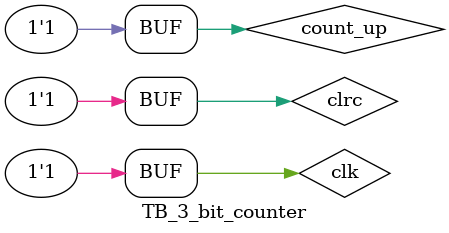
<source format=v>
`timescale 1ns/1ns

module TB_3_bit_counter();
	reg clk, clrc, count_up;
	wire seen4;

	counter_3_bit SHIFT_COUNTER(clk, clrc, count_up, seen4);

	initial begin
		clk = 0;
		clrc = 1;
		count_up = 0;
		#50; clk = 1;
		#50; clk = 0;clrc = 0; count_up = 1;
		
		#50; clk = 1;
		#50; clk = 0;
		
		#50; clk = 1;
		#50; clk = 0;
		
		#50; clk = 1;
		#50; clk = 0;
		
		#50; clk = 1;
		#50; clk = 0; clrc = 1;

		#50; clk = 1;
	end
endmodule
</source>
